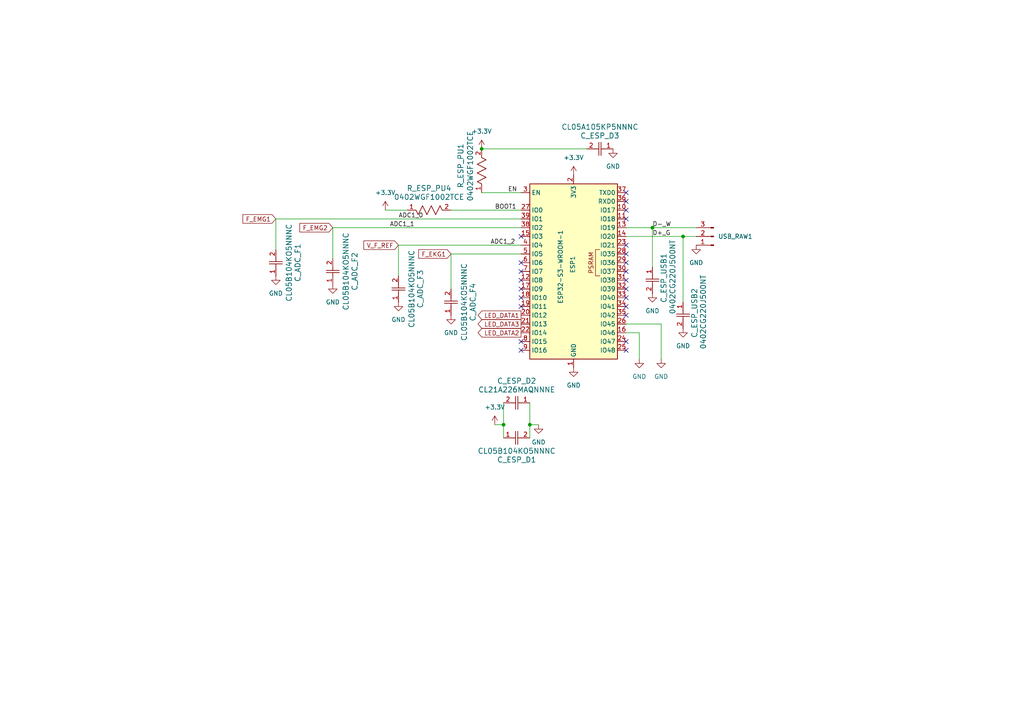
<source format=kicad_sch>
(kicad_sch (version 20231120) (generator "eeschema") (generator_version "8.0")
  (paper "A4")
  (title_block (title "ESP32-C3 WROOM 2 Board") (date "2024-10-21") (rev "2") (company "FlexGlO"))
  (lib_symbols
    (symbol "CL05A105KO5NNNC:CL05A105KO5NNNC" (pin_names (offset 0.254))
      (property "Reference" "C" (at 3.81 3.81 0))
      (property "Value" "CL05A105KO5NNNC" (at 3.81 -3.81 0))
      (symbol "CL05A105KO5NNNC_1_1"
        (polyline (pts (xy 2.54 0) (xy 3.4798 0)) (stroke (width 0.2032)))
        (polyline (pts (xy 3.4798 -1.905) (xy 3.4798 1.905)) (stroke (width 0.2032)))
        (polyline (pts (xy 4.1148 -1.905) (xy 4.1148 1.905)) (stroke (width 0.2032)))
        (polyline (pts (xy 4.1148 0) (xy 5.08 0)) (stroke (width 0.2032)))
        (pin unspecified line (at 0 0 0) (length 2.54) (name "") (number "1"))
        (pin unspecified line (at 7.62 0 180) (length 2.54) (name "") (number "2"))
      )
      (symbol "CL05A105KO5NNNC_1_2"
        (polyline (pts (xy -1.905 -4.1148) (xy 1.905 -4.1148)) (stroke (width 0.2032)))
        (polyline (pts (xy -1.905 -3.4798) (xy 1.905 -3.4798)) (stroke (width 0.2032)))
        (polyline (pts (xy 0 -4.1148) (xy 0 -5.08)) (stroke (width 0.2032)))
        (polyline (pts (xy 0 -2.54) (xy 0 -3.4798)) (stroke (width 0.2032)))
        (pin unspecified line (at 0 0 270) (length 2.54) (name "") (number "1"))
        (pin unspecified line (at 0 -7.62 90) (length 2.54) (name "") (number "2"))
      )
    )
    (symbol "CL05B104KO5NNNC:CL05B104KO5NNNC" (pin_names (offset 0.254))
      (property "Reference" "C" (at 3.81 3.81 0))
      (property "Value" "CL05B104KO5NNNC" (at 3.81 -3.81 0))
      (symbol "CL05B104KO5NNNC_1_1"
        (polyline (pts (xy 2.54 0) (xy 3.4798 0)) (stroke (width 0.2032)))
        (polyline (pts (xy 3.4798 -1.905) (xy 3.4798 1.905)) (stroke (width 0.2032)))
        (polyline (pts (xy 4.1148 -1.905) (xy 4.1148 1.905)) (stroke (width 0.2032)))
        (polyline (pts (xy 4.1148 0) (xy 5.08 0)) (stroke (width 0.2032)))
        (pin unspecified line (at 0 0 0) (length 2.54) (name "") (number "1"))
        (pin unspecified line (at 7.62 0 180) (length 2.54) (name "") (number "2"))
      )
      (symbol "CL05B104KO5NNNC_1_2"
        (polyline (pts (xy -1.905 -4.1148) (xy 1.905 -4.1148)) (stroke (width 0.2032)))
        (polyline (pts (xy -1.905 -3.4798) (xy 1.905 -3.4798)) (stroke (width 0.2032)))
        (polyline (pts (xy 0 -4.1148) (xy 0 -5.08)) (stroke (width 0.2032)))
        (polyline (pts (xy 0 -2.54) (xy 0 -3.4798)) (stroke (width 0.2032)))
        (pin unspecified line (at 0 0 270) (length 2.54) (name "") (number "1"))
        (pin unspecified line (at 0 -7.62 90) (length 2.54) (name "") (number "2"))
      )
    )
    (symbol "CL05C220JB5NNNC:CL05C220JB5NNNC" (pin_names (offset 0.254))
      (property "Reference" "C" (at 3.81 3.81 0))
      (property "Value" "CL05C220JB5NNNC" (at 3.81 -3.81 0))
      (symbol "CL05C220JB5NNNC_1_1"
        (polyline (pts (xy 2.54 0) (xy 3.4798 0)) (stroke (width 0.2032)))
        (polyline (pts (xy 3.4798 -1.905) (xy 3.4798 1.905)) (stroke (width 0.2032)))
        (polyline (pts (xy 4.1148 -1.905) (xy 4.1148 1.905)) (stroke (width 0.2032)))
        (polyline (pts (xy 4.1148 0) (xy 5.08 0)) (stroke (width 0.2032)))
        (pin unspecified line (at 0 0 0) (length 2.54) (name "") (number "1"))
        (pin unspecified line (at 7.62 0 180) (length 2.54) (name "") (number "2"))
      )
      (symbol "CL05C220JB5NNNC_1_2"
        (polyline (pts (xy -1.905 -4.1148) (xy 1.905 -4.1148)) (stroke (width 0.2032)))
        (polyline (pts (xy -1.905 -3.4798) (xy 1.905 -3.4798)) (stroke (width 0.2032)))
        (polyline (pts (xy 0 -4.1148) (xy 0 -5.08)) (stroke (width 0.2032)))
        (polyline (pts (xy 0 -2.54) (xy 0 -3.4798)) (stroke (width 0.2032)))
        (pin unspecified line (at 0 0 270) (length 2.54) (name "") (number "1"))
        (pin unspecified line (at 0 -7.62 90) (length 2.54) (name "") (number "2"))
      )
    )
    (symbol "Connector:Conn_01x03_Pin" (pin_names (offset 1.016) hide)
      (property "Reference" "USB_RAW1" (at -1.27 -0.0001 0))
      (symbol "Conn_01x03_Pin_1_1"
        (polyline (pts (xy 1.27 -2.54) (xy 0.8636 -2.54)) (stroke (width 0.1524)))
        (polyline (pts (xy 1.27 0) (xy 0.8636 0)) (stroke (width 0.1524)))
        (polyline (pts (xy 1.27 2.54) (xy 0.8636 2.54)) (stroke (width 0.1524)))
        (rectangle (start 0.8636 -2.413) (end 0 -2.667) (stroke (width 0.1524)) (fill (type outline)))
        (rectangle (start 0.8636 0.127) (end 0 -0.127) (stroke (width 0.1524)) (fill (type outline)))
        (rectangle (start 0.8636 2.667) (end 0 2.413) (stroke (width 0.1524)) (fill (type outline)))
        (pin passive line (at 5.08 2.54 180) (length 3.81) (name "Pin_1") (number "1"))
        (pin passive line (at 5.08 0 180) (length 3.81) (name "Pin_2") (number "2"))
        (pin passive line (at 5.08 -2.54 180) (length 3.81) (name "Pin_3") (number "3"))
      )
    )
    (symbol "GND_1" (power) (pin_numbers hide) (pin_names (offset 0) hide)
      (property "Value" "GND" (at 0 -3.81 0))
      (symbol "GND_1_0_1"
        (polyline (pts (xy 0 0) (xy 0 -1.27) (xy 1.27 -1.27) (xy 0 -2.54) (xy -1.27 -1.27) (xy 0 -1.27)))
      )
      (symbol "GND_1_1_1"
        (pin power_in line (at 0 0 270) (length 0) (name "~") (number "1"))
      )
    )
    (symbol "GND_4" (power) (pin_numbers hide) (pin_names (offset 0) hide)
      (property "Value" "GND" (at 0 -3.81 0))
      (symbol "GND_4_0_1"
        (polyline (pts (xy 0 0) (xy 0 -1.27) (xy 1.27 -1.27) (xy 0 -2.54) (xy -1.27 -1.27) (xy 0 -1.27)))
      )
      (symbol "GND_4_1_1"
        (pin power_in line (at 0 0 270) (length 0) (name "~") (number "1"))
      )
    )
    (symbol "RC0402FR-0710KL:RC0402FR-0710KL" (pin_names (offset 0.254))
      (property "Reference" "R" (at 5.715 3.81 0))
      (property "Value" "RC0402FR-0710KL" (at 6.35 -3.81 0))
      (symbol "RC0402FR-0710KL_1_1"
        (polyline (pts (xy 2.54 0) (xy 3.175 1.27)) (stroke (width 0.2032)))
        (polyline (pts (xy 3.175 1.27) (xy 4.445 -1.27)) (stroke (width 0.2032)))
        (polyline (pts (xy 4.445 -1.27) (xy 5.715 1.27)) (stroke (width 0.2032)))
        (polyline (pts (xy 5.715 1.27) (xy 6.985 -1.27)) (stroke (width 0.2032)))
        (polyline (pts (xy 6.985 -1.27) (xy 8.255 1.27)) (stroke (width 0.2032)))
        (polyline (pts (xy 8.255 1.27) (xy 9.525 -1.27)) (stroke (width 0.2032)))
        (polyline (pts (xy 9.525 -1.27) (xy 10.16 0)) (stroke (width 0.2032)))
        (pin unspecified line (at 12.7 0 180) (length 2.54) (name "") (number "1"))
        (pin unspecified line (at 0 0 0) (length 2.54) (name "") (number "2"))
      )
      (symbol "RC0402FR-0710KL_1_2"
        (polyline (pts (xy -1.27 3.175) (xy 1.27 4.445)) (stroke (width 0.2032)))
        (polyline (pts (xy -1.27 5.715) (xy 1.27 6.985)) (stroke (width 0.2032)))
        (polyline (pts (xy -1.27 8.255) (xy 1.27 9.525)) (stroke (width 0.2032)))
        (polyline (pts (xy 0 2.54) (xy -1.27 3.175)) (stroke (width 0.2032)))
        (polyline (pts (xy 1.27 4.445) (xy -1.27 5.715)) (stroke (width 0.2032)))
        (polyline (pts (xy 1.27 6.985) (xy -1.27 8.255)) (stroke (width 0.2032)))
        (polyline (pts (xy 1.27 9.525) (xy 0 10.16)) (stroke (width 0.2032)))
        (pin unspecified line (at 0 12.7 270) (length 2.54) (name "") (number "1"))
        (pin unspecified line (at 0 0 90) (length 2.54) (name "") (number "2"))
      )
    )
    (symbol "RF_Module:ESP32-S3-WROOM-1"
      (property "Reference" "U" (at -12.7 26.67 0))
      (property "Value" "ESP32-S3-WROOM-1" (at 12.7 26.67 0))
      (symbol "ESP32-S3-WROOM-1_0_0"
        (rectangle (start -12.7 25.4) (end 12.7 -25.4) (stroke (width 0.254)) (fill (type background)))
        (text "PSRAM" (at 5.08 2.54 900) (effects (font (size 1.27 1.27))))
      )
      (symbol "ESP32-S3-WROOM-1_0_1"
        (polyline (pts (xy 7.62 -1.27) (xy 6.35 -1.27) (xy 6.35 6.35) (xy 7.62 6.35)))
      )
      (symbol "ESP32-S3-WROOM-1_1_1"
        (pin power_in line (at 0 -27.94 90) (length 2.54) (name "GND") (number "1"))
        (pin bidirectional line (at 15.24 17.78 180) (length 2.54) (name "IO17") (number "10"))
        (pin bidirectional line (at 15.24 15.24 180) (length 2.54) (name "IO18") (number "11"))
        (pin bidirectional line (at -15.24 -2.54 0) (length 2.54) (name "IO8") (number "12"))
        (pin bidirectional line (at 15.24 12.7 180) (length 2.54) (name "IO19") (number "13"))
        (pin bidirectional line (at 15.24 10.16 180) (length 2.54) (name "IO20") (number "14"))
        (pin bidirectional line (at -15.24 10.16 0) (length 2.54) (name "IO3") (number "15"))
        (pin bidirectional line (at 15.24 -17.78 180) (length 2.54) (name "IO46") (number "16"))
        (pin bidirectional line (at -15.24 -5.08 0) (length 2.54) (name "IO9") (number "17"))
        (pin bidirectional line (at -15.24 -7.62 0) (length 2.54) (name "IO10") (number "18"))
        (pin bidirectional line (at -15.24 -10.16 0) (length 2.54) (name "IO11") (number "19"))
        (pin power_in line (at 0 27.94 270) (length 2.54) (name "3V3") (number "2"))
        (pin bidirectional line (at -15.24 -12.7 0) (length 2.54) (name "IO12") (number "20"))
        (pin bidirectional line (at -15.24 -15.24 0) (length 2.54) (name "IO13") (number "21"))
        (pin bidirectional line (at -15.24 -17.78 0) (length 2.54) (name "IO14") (number "22"))
        (pin bidirectional line (at 15.24 7.62 180) (length 2.54) (name "IO21") (number "23"))
        (pin bidirectional line (at 15.24 -20.32 180) (length 2.54) (name "IO47") (number "24"))
        (pin bidirectional line (at 15.24 -22.86 180) (length 2.54) (name "IO48") (number "25"))
        (pin bidirectional line (at 15.24 -15.24 180) (length 2.54) (name "IO45") (number "26"))
        (pin bidirectional line (at -15.24 17.78 0) (length 2.54) (name "IO0") (number "27"))
        (pin bidirectional line (at 15.24 5.08 180) (length 2.54) (name "IO35") (number "28"))
        (pin bidirectional line (at 15.24 2.54 180) (length 2.54) (name "IO36") (number "29"))
        (pin input line (at -15.24 22.86 0) (length 2.54) (name "EN") (number "3"))
        (pin bidirectional line (at 15.24 0 180) (length 2.54) (name "IO37") (number "30"))
        (pin bidirectional line (at 15.24 -2.54 180) (length 2.54) (name "IO38") (number "31"))
        (pin bidirectional line (at 15.24 -5.08 180) (length 2.54) (name "IO39") (number "32"))
        (pin bidirectional line (at 15.24 -7.62 180) (length 2.54) (name "IO40") (number "33"))
        (pin bidirectional line (at 15.24 -10.16 180) (length 2.54) (name "IO41") (number "34"))
        (pin bidirectional line (at 15.24 -12.7 180) (length 2.54) (name "IO42") (number "35"))
        (pin bidirectional line (at 15.24 20.32 180) (length 2.54) (name "RXD0") (number "36"))
        (pin bidirectional line (at 15.24 22.86 180) (length 2.54) (name "TXD0") (number "37"))
        (pin bidirectional line (at -15.24 12.7 0) (length 2.54) (name "IO2") (number "38"))
        (pin bidirectional line (at -15.24 15.24 0) (length 2.54) (name "IO1") (number "39"))
        (pin bidirectional line (at -15.24 7.62 0) (length 2.54) (name "IO4") (number "4"))
        (pin passive line (at 0 -27.94 90) (length 2.54) hide (name "GND") (number "40"))
        (pin passive line (at 0 -27.94 90) (length 2.54) hide (name "GND") (number "41"))
        (pin bidirectional line (at -15.24 5.08 0) (length 2.54) (name "IO5") (number "5"))
        (pin bidirectional line (at -15.24 2.54 0) (length 2.54) (name "IO6") (number "6"))
        (pin bidirectional line (at -15.24 0 0) (length 2.54) (name "IO7") (number "7"))
        (pin bidirectional line (at -15.24 -20.32 0) (length 2.54) (name "IO15") (number "8"))
        (pin bidirectional line (at -15.24 -22.86 0) (length 2.54) (name "IO16") (number "9"))
      )
    )
    (symbol "power:+3.3V" (power) (pin_names (offset 0))
      (property "Value" "+3.3V" (at 0 3.556 0))
      (symbol "+3.3V_0_1"
        (polyline (pts (xy -0.762 1.27) (xy 0 2.54)))
        (polyline (pts (xy 0 0) (xy 0 2.54)))
        (polyline (pts (xy 0 2.54) (xy 0.762 1.27)))
      )
      (symbol "+3.3V_1_1"
        (pin power_in line (at 0 0 90) (length 0) hide (name "+3.3V") (number "1"))
      )
    )
    (symbol "power:GND" (power) (pin_names (offset 0))
      (property "Value" "GND" (at 0 -3.81 0))
      (symbol "GND_0_1"
        (polyline (pts (xy 0 0) (xy 0 -1.27) (xy 1.27 -1.27) (xy 0 -2.54) (xy -1.27 -1.27) (xy 0 -1.27)))
      )
      (symbol "GND_1_1"
        (pin power_in line (at 0 0 270) (length 0) hide (name "GND") (number "1"))
      )
    )
  )
  (junction (at 189.23 66.04))
  (junction (at 139.7 43.18))
  (junction (at 198.12 68.58))
  (junction (at 153.67 123.19))
  (junction (at 146.05 123.19))
  (no_connect (at 181.61 63.5))
  (no_connect (at 151.13 68.58))
  (no_connect (at 181.61 60.96))
  (no_connect (at 181.61 81.28))
  (no_connect (at 181.61 88.9))
  (no_connect (at 151.13 101.6))
  (no_connect (at 181.61 76.2))
  (no_connect (at 151.13 86.36))
  (no_connect (at 181.61 86.36))
  (no_connect (at 151.13 78.74))
  (no_connect (at 151.13 76.2))
  (no_connect (at 181.61 58.42))
  (no_connect (at 151.13 88.9))
  (no_connect (at 151.13 99.06))
  (no_connect (at 181.61 71.12))
  (no_connect (at 151.13 81.28))
  (no_connect (at 181.61 101.6))
  (no_connect (at 151.13 83.82))
  (no_connect (at 181.61 99.06))
  (no_connect (at 181.61 73.66))
  (no_connect (at 181.61 55.88))
  (no_connect (at 181.61 78.74))
  (no_connect (at 181.61 83.82))
  (no_connect (at 181.61 91.44))
  (wire (pts (xy 153.67 116.84) (xy 153.67 123.19)))
  (wire (pts (xy 153.67 123.19) (xy 153.67 127)))
  (wire (pts (xy 111.76 60.96) (xy 118.11 60.96)))
  (wire (pts (xy 80.01 63.5) (xy 151.13 63.5)))
  (wire (pts (xy 143.51 123.19) (xy 146.05 123.19)))
  (wire (pts (xy 139.7 55.88) (xy 151.13 55.88)))
  (wire (pts (xy 153.67 123.19) (xy 156.21 123.19)))
  (wire (pts (xy 130.81 73.66) (xy 130.81 83.82)))
  (wire (pts (xy 80.01 72.39) (xy 80.01 63.5)))
  (wire (pts (xy 185.42 96.52) (xy 185.42 104.14)))
  (wire (pts (xy 96.52 66.04) (xy 96.52 74.93)))
  (wire (pts (xy 146.05 123.19) (xy 146.05 127)))
  (wire (pts (xy 181.61 93.98) (xy 191.77 93.98)))
  (wire (pts (xy 96.52 66.04) (xy 151.13 66.04)))
  (wire (pts (xy 130.81 73.66) (xy 151.13 73.66)))
  (wire (pts (xy 115.57 71.12) (xy 151.13 71.12)))
  (wire (pts (xy 185.42 96.52) (xy 181.61 96.52)))
  (wire (pts (xy 115.57 80.01) (xy 115.57 71.12)))
  (wire (pts (xy 198.12 68.58) (xy 201.93 68.58)))
  (wire (pts (xy 146.05 116.84) (xy 146.05 123.19)))
  (wire (pts (xy 198.12 68.58) (xy 198.12 87.63)))
  (wire (pts (xy 191.77 93.98) (xy 191.77 104.14)))
  (wire (pts (xy 189.23 66.04) (xy 201.93 66.04)))
  (wire (pts (xy 181.61 66.04) (xy 189.23 66.04)))
  (wire (pts (xy 139.7 43.18) (xy 170.18 43.18)))
  (wire (pts (xy 189.23 66.04) (xy 189.23 77.47)))
  (wire (pts (xy 130.81 60.96) (xy 151.13 60.96)))
  (wire (pts (xy 181.61 68.58) (xy 198.12 68.58)))
  (label "D-_W" (at 189.23 66.04 0))
  (label "BOOT1" (at 143.51 60.96 0))
  (label "EN" (at 147.32 55.88 0))
  (label "D+_G" (at 189.23 68.58 0))
  (label "ADC1_1" (at 113.03 66.04 0))
  (label "ADC1_0" (at 115.57 63.5 0))
  (label "ADC1_2" (at 142.24 71.12 0))
  (global_label "F_EMG2" (shape input) (at 96.52 66.04 180) (property "Intersheetrefs" "${INTERSHEET_REFS}" (effects (hide yes))))
  (global_label "LED_DATA2" (shape output) (at 151.13 96.52 180) (property "Intersheetrefs" "${INTERSHEET_REFS}" (effects (hide yes))))
  (global_label "F_EMG1" (shape input) (at 80.01 63.5 180) (property "Intersheetrefs" "${INTERSHEET_REFS}" (effects (hide yes))))
  (global_label "LED_DATA3" (shape output) (at 151.13 93.98 180) (property "Intersheetrefs" "${INTERSHEET_REFS}" (effects (hide yes))))
  (global_label "F_EKG1" (shape input) (at 130.81 73.66 180) (property "Intersheetrefs" "${INTERSHEET_REFS}" (effects (hide yes))))
  (global_label "V_F_REF" (shape input) (at 115.57 71.12 180) (property "Intersheetrefs" "${INTERSHEET_REFS}" (effects (hide yes))))
  (global_label "LED_DATA1" (shape output) (at 151.13 91.44 180) (property "Intersheetrefs" "${INTERSHEET_REFS}" (effects (hide yes))))
  (symbol (lib_name "GND_1") (lib_id "power:GND") (at 80.01 80.01 0) (unit 1)
    (property "Reference" "#PWR050" (effects (hide yes)))
    (property "Value" "GND" (at 80.01 85.09 0))
    (property "Description" "Power symbol creates a global label with name \"GND\" , ground" (effects (hide yes)))
  )
  (symbol (lib_name "GND_1") (lib_id "power:GND") (at 130.81 91.44 0) (unit 1)
    (property "Reference" "#PWR058" (effects (hide yes)))
    (property "Value" "GND" (at 130.81 96.52 0))
    (property "Description" "Power symbol creates a global label with name \"GND\" , ground" (effects (hide yes)))
  )
  (symbol (lib_id "RC0402FR-0710KL:RC0402FR-0710KL") (at 130.81 60.96 0) (mirror y) (unit 1)
    (property "Reference" "R_ESP_PU4" (at 124.46 54.61 0) (effects (font (size 1.524 1.524))))
    (property "Value" "0402WGF1002TCE" (at 124.46 57.15 0) (effects (font (size 1.524 1.524))))
    (property "Footprint" "Resistor_SMD:R_0402_1005Metric" (effects (hide yes)))
    (property "Datasheet" "0402WGF1002TCE" (effects (hide yes)))
  )
  (symbol (lib_id "CL05B104KO5NNNC:CL05B104KO5NNNC") (at 80.01 80.01 270) (mirror x) (unit 1)
    (property "Reference" "C_ADC_F1" (at 86.36 76.2 0) (effects (font (size 1.524 1.524))))
    (property "Value" "CL05B104KO5NNNC" (at 83.82 76.2 0) (effects (font (size 1.524 1.524))))
    (property "Footprint" "Capacitor_SMD:C_0402_1005Metric" (effects (hide yes)))
    (property "Datasheet" "CL05B104KO5NNNC" (effects (hide yes)))
  )
  (symbol (lib_id "Connector:Conn_01x03_Pin") (at 207.01 68.58 180) (unit 1)
    (property "Reference" "USB_RAW1" (at 208.28 68.5799 0) (effects (justify right)))
    (property "Value" "USB_RAW" (effects (hide yes)))
    (property "Footprint" "Connector_PinHeader_2.54mm:PinHeader_1x03_P2.54mm_Vertical" (effects (hide yes)))
    (property "Description" "Generic connector, single row, 01x03, script generated" (effects (hide yes)))
  )
  (symbol (lib_name "GND_4") (lib_id "power:GND") (at 191.77 104.14 0) (unit 1)
    (property "Reference" "#PWR039" (effects (hide yes)))
    (property "Value" "GND" (at 191.77 109.22 0))
    (property "Description" "Power symbol creates a global label with name \"GND\" , ground" (effects (hide yes)))
  )
  (symbol (lib_id "power:GND") (at 156.21 123.19 0) (unit 1)
    (property "Reference" "#PWR052" (effects (hide yes)))
    (property "Value" "GND" (at 156.21 128.27 0))
  )
  (symbol (lib_id "CL05B104KO5NNNC:CL05B104KO5NNNC") (at 115.57 87.63 270) (mirror x) (unit 1)
    (property "Reference" "C_ADC_F3" (at 121.92 83.82 0) (effects (font (size 1.524 1.524))))
    (property "Value" "CL05B104KO5NNNC" (at 119.38 83.82 0) (effects (font (size 1.524 1.524))))
    (property "Footprint" "Capacitor_SMD:C_0402_1005Metric" (effects (hide yes)))
    (property "Datasheet" "CL05B104KO5NNNC" (effects (hide yes)))
  )
  (symbol (lib_name "GND_1") (lib_id "power:GND") (at 115.57 87.63 0) (unit 1)
    (property "Reference" "#PWR057" (effects (hide yes)))
    (property "Value" "GND" (at 115.57 92.71 0))
    (property "Description" "Power symbol creates a global label with name \"GND\" , ground" (effects (hide yes)))
  )
  (symbol (lib_id "power:+3.3V") (at 166.37 50.8 0) (unit 1)
    (property "Reference" "#PWR042" (effects (hide yes)))
    (property "Value" "+3.3V" (at 166.37 45.72 0))
  )
  (symbol (lib_name "GND_1") (lib_id "power:GND") (at 96.52 82.55 0) (unit 1)
    (property "Reference" "#PWR056" (effects (hide yes)))
    (property "Value" "GND" (at 96.52 87.63 0))
    (property "Description" "Power symbol creates a global label with name \"GND\" , ground" (effects (hide yes)))
  )
  (symbol (lib_name "GND_4") (lib_id "power:GND") (at 185.42 104.14 0) (unit 1)
    (property "Reference" "#PWR055" (effects (hide yes)))
    (property "Value" "GND" (at 185.42 109.22 0))
    (property "Description" "Power symbol creates a global label with name \"GND\" , ground" (effects (hide yes)))
  )
  (symbol (lib_name "GND_4") (lib_id "power:GND") (at 201.93 71.12 0) (unit 1)
    (property "Reference" "#PWR048" (effects (hide yes)))
    (property "Value" "GND" (at 201.93 76.2 0))
    (property "Description" "Power symbol creates a global label with name \"GND\" , ground" (effects (hide yes)))
  )
  (symbol (lib_id "power:+3.3V") (at 111.76 60.96 0) (unit 1)
    (property "Reference" "#PWR049" (effects (hide yes)))
    (property "Value" "+3.3V" (at 111.76 55.88 0))
  )
  (symbol (lib_id "power:+3.3V") (at 143.51 123.19 0) (unit 1)
    (property "Reference" "#PWR053" (effects (hide yes)))
    (property "Value" "+3.3V" (at 143.51 118.11 0))
  )
  (symbol (lib_id "CL05B104KO5NNNC:CL05B104KO5NNNC") (at 146.05 127 0) (mirror x) (unit 1)
    (property "Reference" "C_ESP_D1" (at 149.86 133.35 0) (effects (font (size 1.524 1.524))))
    (property "Value" "CL05B104KO5NNNC" (at 149.86 130.81 0) (effects (font (size 1.524 1.524))))
    (property "Footprint" "Capacitor_SMD:C_0402_1005Metric" (effects (hide yes)))
    (property "Datasheet" "CL05B104KO5NNNC" (effects (hide yes)))
  )
  (symbol (lib_id "CL05B104KO5NNNC:CL05B104KO5NNNC") (at 96.52 82.55 270) (mirror x) (unit 1)
    (property "Reference" "C_ADC_F2" (at 102.87 78.74 0) (effects (font (size 1.524 1.524))))
    (property "Value" "CL05B104KO5NNNC" (at 100.33 78.74 0) (effects (font (size 1.524 1.524))))
    (property "Footprint" "Capacitor_SMD:C_0402_1005Metric" (effects (hide yes)))
    (property "Datasheet" "CL05B104KO5NNNC" (effects (hide yes)))
  )
  (symbol (lib_id "RC0402FR-0710KL:RC0402FR-0710KL") (at 139.7 43.18 270) (unit 1)
    (property "Reference" "R_ESP_PU1" (at 133.604 54.61 0) (effects (font (size 1.524 1.524)) (justify right)))
    (property "Value" "0402WGF1002TCE" (at 136.398 58.42 0) (effects (font (size 1.524 1.524)) (justify right)))
    (property "Footprint" "Resistor_SMD:R_0402_1005Metric" (effects (hide yes)))
    (property "Datasheet" "0402WGF1002TCE" (effects (hide yes)))
  )
  (symbol (lib_name "GND_4") (lib_id "power:GND") (at 189.23 85.09 0) (unit 1)
    (property "Reference" "#PWR051" (effects (hide yes)))
    (property "Value" "GND" (at 189.23 90.17 0))
    (property "Description" "Power symbol creates a global label with name \"GND\" , ground" (effects (hide yes)))
  )
  (symbol (lib_id "CL05A105KO5NNNC:CL05A105KO5NNNC") (at 177.8 43.18 0) (mirror y) (unit 1)
    (property "Reference" "C_ESP_D3" (at 173.99 39.37 0) (effects (font (size 1.524 1.524))))
    (property "Value" "CL05A105KP5NNNC" (at 173.99 36.83 0) (effects (font (size 1.524 1.524))))
    (property "Footprint" "Capacitor_SMD:C_0402_1005Metric" (effects (hide yes)))
    (property "Datasheet" "CL05A105KP5NNNC" (effects (hide yes)))
  )
  (symbol (lib_id "RF_Module:ESP32-S3-WROOM-1") (at 166.37 78.74 0) (unit 1)
    (property "Reference" "ESP1" (at 166.116 79.248 90) (effects (justify left)))
    (property "Value" "ESP32-S3-WROOM-1" (at 162.56 88.138 90) (effects (justify left)))
    (property "Footprint" "RF_Module:ESP32-S3-WROOM-1" (effects (hide yes)))
    (property "Datasheet" "https://www.espressif.com/sites/default/files/documentation/esp32-s3-wroom-1_wroom-1u_datasheet_en.pdf" (effects (hide yes)))
    (property "Description" "RF Module, ESP32-S3 SoC, Wi-Fi 802.11b/g/n, Bluetooth, BLE, 32-bit, 3.3V, onboard antenna, SMD" (effects (hide yes)))
  )
  (symbol (lib_id "CL05C220JB5NNNC:CL05C220JB5NNNC") (at 189.23 77.47 90) (mirror x) (unit 1)
    (property "Reference" "C_ESP_USB1" (at 192.532 87.884 0) (effects (font (size 1.524 1.524)) (justify right)))
    (property "Value" "0402CG220J500NT" (at 195.072 91.186 0) (effects (font (size 1.524 1.524)) (justify right)))
    (property "Footprint" "Capacitor_SMD:C_0402_1005Metric" (effects (hide yes)))
    (property "Datasheet" "0402CG220J500NT" (effects (hide yes)))
  )
  (symbol (lib_name "GND_4") (lib_id "power:GND") (at 198.12 95.25 0) (unit 1)
    (property "Reference" "#PWR013" (effects (hide yes)))
    (property "Value" "GND" (at 198.12 100.33 0))
    (property "Description" "Power symbol creates a global label with name \"GND\" , ground" (effects (hide yes)))
  )
  (symbol (lib_id "CL05C220JB5NNNC:CL05C220JB5NNNC") (at 198.12 87.63 90) (mirror x) (unit 1)
    (property "Reference" "C_ESP_USB2" (at 201.422 98.044 0) (effects (font (size 1.524 1.524)) (justify right)))
    (property "Value" "0402CG220J500NT" (at 203.962 101.346 0) (effects (font (size 1.524 1.524)) (justify right)))
    (property "Footprint" "Capacitor_SMD:C_0402_1005Metric" (effects (hide yes)))
    (property "Datasheet" "0402CG220J500NT" (effects (hide yes)))
  )
  (symbol (lib_id "power:+3.3V") (at 139.7 43.18 0) (unit 1)
    (property "Reference" "#PWR038" (effects (hide yes)))
    (property "Value" "+3.3V" (at 139.7 38.1 0))
  )
  (symbol (lib_id "power:GND") (at 177.8 43.18 0) (unit 1)
    (property "Reference" "#PWR035" (effects (hide yes)))
    (property "Value" "GND" (at 177.8 48.26 0))
  )
  (symbol (lib_id "CL05B104KO5NNNC:CL05B104KO5NNNC") (at 130.81 91.44 270) (mirror x) (unit 1)
    (property "Reference" "C_ADC_F4" (at 137.16 87.63 0) (effects (font (size 1.524 1.524))))
    (property "Value" "CL05B104KO5NNNC" (at 134.62 87.63 0) (effects (font (size 1.524 1.524))))
    (property "Footprint" "Capacitor_SMD:C_0402_1005Metric" (effects (hide yes)))
    (property "Datasheet" "CL05B104KO5NNNC" (effects (hide yes)))
  )
  (symbol (lib_id "CL05B104KO5NNNC:CL05B104KO5NNNC") (at 153.67 116.84 0) (mirror y) (unit 1)
    (property "Reference" "C_ESP_D2" (at 149.86 110.49 0) (effects (font (size 1.524 1.524))))
    (property "Value" "CL21A226MAQNNNE" (at 149.86 113.03 0) (effects (font (size 1.524 1.524))))
    (property "Footprint" "Capacitor_SMD:C_0805_2012Metric" (effects (hide yes)))
    (property "Datasheet" "CL05B104KO5NNNC" (effects (hide yes)))
  )
  (symbol (lib_name "GND_4") (lib_id "power:GND") (at 166.37 106.68 0) (unit 1)
    (property "Reference" "#PWR054" (effects (hide yes)))
    (property "Value" "GND" (at 166.37 111.76 0))
    (property "Description" "Power symbol creates a global label with name \"GND\" , ground" (effects (hide yes)))
  )
)
</source>
